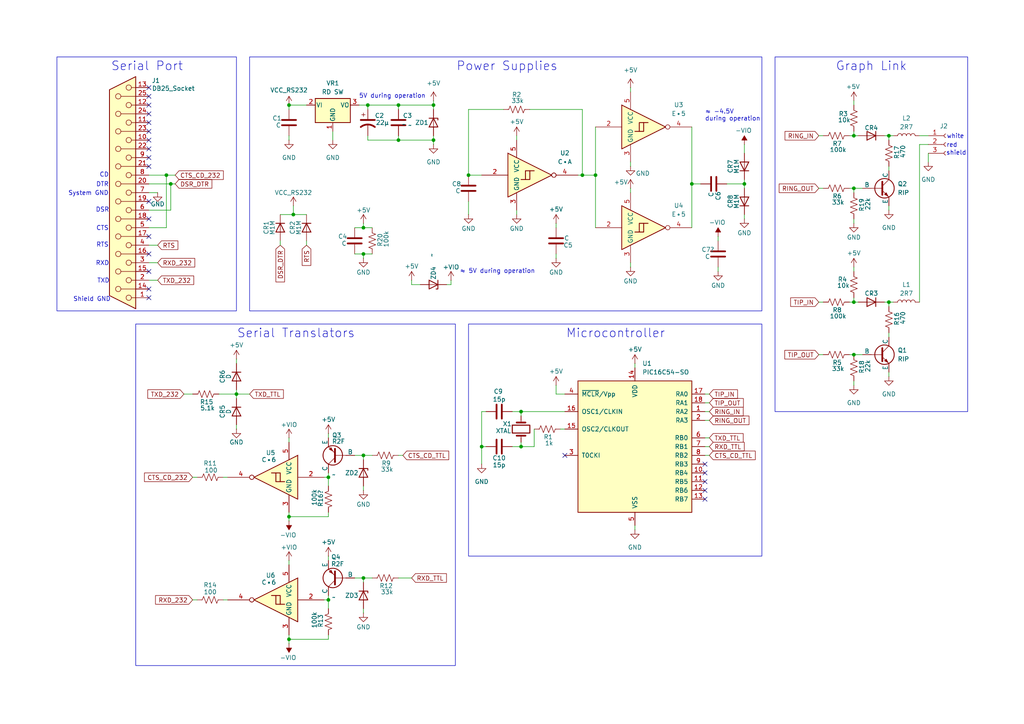
<source format=kicad_sch>
(kicad_sch (version 20250114) (generator "eeschema") (generator_version "9.0")
  (paper "A4")
  (title_block (title "TI Graph Link Serial Gray") (date "2025-Jul-06") (rev "1"))
  (lib_symbols
    (symbol "74xGxx:74AUC1G14"
      (property "Reference" "U" (at 0 3.81 0))
      (property "Value" "74AUC1G14" (at 0 -3.81 0))
      (symbol "74AUC1G14_1_1"
        (pin input line (at -15.24 0 0) (length 7.62) (name "~") (number "2"))
        (pin no_connect line (at -7.62 5.08 180) (length 5.08) (hide yes) (name "NC") (number "1"))
        (pin power_in line (at -5.08 10.16 270) (length 5.08) (name "VCC") (number "5"))
        (pin power_in line (at -5.08 -10.16 90) (length 5.08) (name "GND") (number "3"))
        (pin output inverted (at 12.7 0 180) (length 7.62) (name "~") (number "4"))
      )
    )
    (symbol "Connector:Conn_01x03_Socket" (pin_names (offset 1.016) (hide yes))
      (property "Reference" "J" (at 0 5.08 0))
      (property "Value" "Conn_01x03_Socket" (at 0 -5.08 0))
      (symbol "Conn_01x03_Socket_1_1"
        (pin passive line (at -5.08 2.54 0) (length 3.81) (name "Pin_1") (number "1"))
        (pin passive line (at -5.08 0 0) (length 3.81) (name "Pin_2") (number "2"))
        (pin passive line (at -5.08 -2.54 0) (length 3.81) (name "Pin_3") (number "3"))
      )
    )
    (symbol "Connector:DB25_Socket" (pin_names (offset 1.016) (hide yes))
      (property "Reference" "J" (at 0 34.29 0))
      (property "Value" "DB25_Socket" (at 0 -34.925 0))
      (symbol "DB25_Socket_1_1"
        (pin passive line (at -7.62 30.48 0) (length 3.81) (name "1") (number "1"))
        (pin passive line (at -7.62 27.94 0) (length 3.81) (name "P14") (number "14"))
        (pin passive line (at -7.62 25.4 0) (length 3.81) (name "2") (number "2"))
        (pin passive line (at -7.62 22.86 0) (length 3.81) (name "P15") (number "15"))
        (pin passive line (at -7.62 20.32 0) (length 3.81) (name "3") (number "3"))
        (pin passive line (at -7.62 17.78 0) (length 3.81) (name "P16") (number "16"))
        (pin passive line (at -7.62 15.24 0) (length 3.81) (name "4") (number "4"))
        (pin passive line (at -7.62 12.7 0) (length 3.81) (name "P17") (number "17"))
        (pin passive line (at -7.62 10.16 0) (length 3.81) (name "5") (number "5"))
        (pin passive line (at -7.62 7.62 0) (length 3.81) (name "P18") (number "18"))
        (pin passive line (at -7.62 5.08 0) (length 3.81) (name "6") (number "6"))
        (pin passive line (at -7.62 2.54 0) (length 3.81) (name "P19") (number "19"))
        (pin passive line (at -7.62 0 0) (length 3.81) (name "7") (number "7"))
        (pin passive line (at -7.62 -2.54 0) (length 3.81) (name "P20") (number "20"))
        (pin passive line (at -7.62 -5.08 0) (length 3.81) (name "8") (number "8"))
        (pin passive line (at -7.62 -7.62 0) (length 3.81) (name "P21") (number "21"))
        (pin passive line (at -7.62 -10.16 0) (length 3.81) (name "9") (number "9"))
        (pin passive line (at -7.62 -12.7 0) (length 3.81) (name "P22") (number "22"))
        (pin passive line (at -7.62 -15.24 0) (length 3.81) (name "10") (number "10"))
        (pin passive line (at -7.62 -17.78 0) (length 3.81) (name "P23") (number "23"))
        (pin passive line (at -7.62 -20.32 0) (length 3.81) (name "11") (number "11"))
        (pin passive line (at -7.62 -22.86 0) (length 3.81) (name "P24") (number "24"))
        (pin passive line (at -7.62 -25.4 0) (length 3.81) (name "12") (number "12"))
        (pin passive line (at -7.62 -27.94 0) (length 3.81) (name "P25") (number "25"))
        (pin passive line (at -7.62 -30.48 0) (length 3.81) (name "13") (number "13"))
      )
    )
    (symbol "Device:C" (pin_numbers (hide yes)) (pin_names (offset 0.254))
      (property "Reference" "C" (at 0.635 2.54 0))
      (property "Value" "C" (at 0.635 -2.54 0))
      (symbol "C_1_1"
        (pin passive line (at 0 3.81 270) (length 2.794) (name "~") (number "1"))
        (pin passive line (at 0 -3.81 90) (length 2.794) (name "~") (number "2"))
      )
    )
    (symbol "Device:C_Polarized_US" (pin_numbers (hide yes)) (pin_names (offset 0.254) (hide yes))
      (property "Reference" "C" (at 0.635 2.54 0))
      (property "Value" "C_Polarized_US" (at 0.635 -2.54 0))
      (symbol "C_Polarized_US_1_1"
        (pin passive line (at 0 3.81 270) (length 2.794) (name "~") (number "1"))
        (pin passive line (at 0 -3.81 90) (length 3.302) (name "~") (number "2"))
      )
    )
    (symbol "Device:Crystal" (pin_numbers (hide yes)) (pin_names (offset 1.016) (hide yes))
      (property "Reference" "Y" (at 0 3.81 0))
      (property "Value" "Crystal" (at 0 -3.81 0))
      (symbol "Crystal_1_1"
        (pin passive line (at -3.81 0 0) (length 1.27) (name "1") (number "1"))
        (pin passive line (at 3.81 0 180) (length 1.27) (name "2") (number "2"))
      )
    )
    (symbol "Device:D" (pin_numbers (hide yes)) (pin_names (offset 1.016) (hide yes))
      (property "Reference" "D" (at 0 2.54 0))
      (property "Value" "D" (at 0 -2.54 0))
      (symbol "D_1_1"
        (pin passive line (at -3.81 0 0) (length 2.54) (name "K") (number "1"))
        (pin passive line (at 3.81 0 180) (length 2.54) (name "A") (number "2"))
      )
    )
    (symbol "Device:D_Zener" (pin_numbers (hide yes)) (pin_names (offset 1.016) (hide yes))
      (property "Reference" "D" (at 0 2.54 0))
      (property "Value" "D_Zener" (at 0 -2.54 0))
      (symbol "D_Zener_1_1"
        (pin passive line (at -3.81 0 0) (length 2.54) (name "K") (number "1"))
        (pin passive line (at 3.81 0 180) (length 2.54) (name "A") (number "2"))
      )
    )
    (symbol "Device:L" (pin_numbers (hide yes)) (pin_names (offset 1.016) (hide yes))
      (property "Reference" "L" (at -1.27 0 90))
      (property "Value" "L" (at 1.905 0 90))
      (symbol "L_1_1"
        (pin passive line (at 0 3.81 270) (length 1.27) (name "1") (number "1"))
        (pin passive line (at 0 -3.81 90) (length 1.27) (name "2") (number "2"))
      )
    )
    (symbol "Device:R_US" (pin_numbers (hide yes)) (pin_names (offset 0))
      (property "Reference" "R" (at 2.54 0 90))
      (property "Value" "R_US" (at -2.54 0 90))
      (symbol "R_US_1_1"
        (pin passive line (at 0 3.81 270) (length 1.27) (name "~") (number "1"))
        (pin passive line (at 0 -3.81 90) (length 1.27) (name "~") (number "2"))
      )
    )
    (symbol "MCU_Microchip_PIC16:PIC16C54-SO" (pin_names (offset 1.016))
      (property "Reference" "U" (at 2.54 22.86 0))
      (property "Value" "PIC16C54-SO" (at 2.54 20.32 0))
      (symbol "PIC16C54-SO_1_1"
        (pin input line (at -20.32 15.24 0) (length 3.81) (name "~{MCLR}/Vpp") (number "4"))
        (pin input line (at -20.32 10.16 0) (length 3.81) (name "OSC1/CLKIN") (number "16"))
        (pin output line (at -20.32 5.08 0) (length 3.81) (name "OSC2/CLKOUT") (number "15"))
        (pin input line (at -20.32 -2.54 0) (length 3.81) (name "T0CKI") (number "3"))
        (pin power_in line (at 0 22.86 270) (length 3.81) (name "VDD") (number "14"))
        (pin power_in line (at 0 -22.86 90) (length 3.81) (name "VSS") (number "5"))
        (pin bidirectional line (at 20.32 15.24 180) (length 3.81) (name "RA0") (number "17"))
        (pin bidirectional line (at 20.32 12.7 180) (length 3.81) (name "RA1") (number "18"))
        (pin bidirectional line (at 20.32 10.16 180) (length 3.81) (name "RA2") (number "1"))
        (pin bidirectional line (at 20.32 7.62 180) (length 3.81) (name "RA3") (number "2"))
        (pin bidirectional line (at 20.32 2.54 180) (length 3.81) (name "RB0") (number "6"))
        (pin bidirectional line (at 20.32 0 180) (length 3.81) (name "RB1") (number "7"))
        (pin bidirectional line (at 20.32 -2.54 180) (length 3.81) (name "RB2") (number "8"))
        (pin bidirectional line (at 20.32 -5.08 180) (length 3.81) (name "RB3") (number "9"))
        (pin bidirectional line (at 20.32 -7.62 180) (length 3.81) (name "RB4") (number "10"))
        (pin bidirectional line (at 20.32 -10.16 180) (length 3.81) (name "RB5") (number "11"))
        (pin bidirectional line (at 20.32 -12.7 180) (length 3.81) (name "RB6") (number "12"))
        (pin bidirectional line (at 20.32 -15.24 180) (length 3.81) (name "RB7") (number "13"))
      )
    )
    (symbol "Regulator_Linear:MCP1700x-500xxMB" (pin_names (offset 0.254))
      (property "Reference" "U" (at -3.81 3.175 0))
      (property "Value" "MCP1700x-500xxMB" (at 0 3.175 0))
      (symbol "MCP1700x-500xxMB_1_1"
        (pin power_in line (at -7.62 0 0) (length 2.54) (name "VI") (number "2"))
        (pin power_in line (at 0 -7.62 90) (length 2.54) (name "GND") (number "1"))
        (pin power_out line (at 7.62 0 180) (length 2.54) (name "VO") (number "3"))
      )
    )
    (symbol "Simulation_SPICE:NPN" (pin_numbers (hide yes)) (pin_names (offset 0))
      (property "Reference" "Q" (at -2.54 7.62 0))
      (property "Value" "NPN" (at -2.54 5.08 0))
      (symbol "NPN_1_1"
        (pin input line (at -5.08 0 0) (length 2.54) (name "B") (number "2"))
        (pin open_collector line (at 2.54 5.08 270) (length 2.54) (name "C") (number "1"))
        (pin open_emitter line (at 2.54 -5.08 90) (length 2.54) (name "E") (number "3"))
      )
    )
    (symbol "Simulation_SPICE:PNP" (pin_numbers (hide yes)) (pin_names (offset 0))
      (property "Reference" "Q" (at -2.54 7.62 0))
      (property "Value" "PNP" (at -2.54 5.08 0))
      (symbol "PNP_1_1"
        (pin input line (at -5.08 0 0) (length 2.54) (name "B") (number "2"))
        (pin open_collector line (at 2.54 5.08 270) (length 2.54) (name "C") (number "1"))
        (pin open_emitter line (at 2.54 -5.08 90) (length 2.54) (name "E") (number "3"))
      )
    )
    (symbol "power:+5V" (power) (pin_numbers (hide yes)) (pin_names (offset 0) (hide yes))
      (property "Value" "+5V" (at 0 3.556 0))
      (symbol "+5V_1_1"
        (pin power_in line (at 0 0 90) (length 0) (name "~") (number "1"))
      )
    )
    (symbol "power:GND" (power) (pin_numbers (hide yes)) (pin_names (offset 0) (hide yes))
      (property "Value" "GND" (at 0 -3.81 0))
      (symbol "GND_1_1"
        (pin power_in line (at 0 0 270) (length 0) (name "~") (number "1"))
      )
    )
    (symbol "power:VCC" (power) (pin_numbers (hide yes)) (pin_names (offset 0) (hide yes))
      (property "Value" "VCC" (at 0 3.556 0))
      (symbol "VCC_1_1"
        (pin power_in line (at 0 0 90) (length 0) (name "~") (number "1"))
      )
    )
    (symbol "power:VDDA" (power) (pin_numbers (hide yes)) (pin_names (offset 0) (hide yes))
      (property "Value" "VDDA" (at 0 3.556 0))
      (symbol "VDDA_1_1"
        (pin power_in line (at 0 0 90) (length 0) (name "~") (number "1"))
      )
    )
    (symbol "power:VSSA" (power) (pin_numbers (hide yes)) (pin_names (offset 0) (hide yes))
      (property "Value" "VSSA" (at 0 3.556 0))
      (symbol "VSSA_1_1"
        (pin power_in line (at 0 0 90) (length 0) (name "~") (number "1"))
      )
    )
  )
  (rectangle (start 72.39 16.51) (end 220.98 90.17))
  (rectangle (start 135.89 93.98) (end 220.98 161.29))
  (rectangle (start 16.51 16.51) (end 68.58 90.17))
  (rectangle (start 224.79 16.51) (end 280.67 119.38))
  (rectangle (start 39.37 93.98) (end 132.08 193.04))
  (text "RXD" (at 29.718 76.454 0) (effects (font (size 1.27 1.27))))
  (text "Shield GND" (at 26.67 86.868 0) (effects (font (size 1.27 1.27))))
  (text "Serial Translators" (at 85.852 96.774 0) (effects (font (size 2.54 2.54))))
  (text "Serial Port" (at 42.672 19.304 0) (effects (font (size 2.54 2.54))))
  (text "Microcontroller" (at 178.562 96.774 0) (effects (font (size 2.54 2.54))))
  (text "RTS" (at 29.718 71.12 0) (effects (font (size 1.27 1.27))))
  (text "Graph Link" (at 252.73 19.304 0) (effects (font (size 2.54 2.54))))
  (text "TXD" (at 29.972 81.534 0) (effects (font (size 1.27 1.27))))
  (text "red" (at 276.098 42.164 0) (effects (font (size 1.27 1.27))))
  (text "DSR" (at 29.718 60.96 0) (effects (font (size 1.27 1.27))))
  (text "≈ -4.5V\nduring operation" (at 204.47 33.528 0) (effects (font (size 1.27 1.27)) (justify left)))
  (text "shield" (at 277.368 44.45 0) (effects (font (size 1.27 1.27))))
  (text "≈ 5V during operation" (at 144.272 78.74 0) (effects (font (size 1.27 1.27))))
  (text "DTR" (at 29.718 53.594 0) (effects (font (size 1.27 1.27))))
  (text "white" (at 277.114 39.624 0) (effects (font (size 1.27 1.27))))
  (text "5V during operation" (at 113.792 27.94 0) (effects (font (size 1.27 1.27))))
  (text "System GND" (at 25.654 56.134 0) (effects (font (size 1.27 1.27))))
  (text "CTS" (at 29.718 66.294 0) (effects (font (size 1.27 1.27))))
  (text "CD" (at 30.226 50.8 0) (effects (font (size 1.27 1.27))))
  (text "Power Supplies" (at 147.066 19.304 0) (effects (font (size 2.54 2.54))))
  (junction (at 200.66 53.34))
  (junction (at 105.41 73.66))
  (junction (at 83.82 185.42))
  (junction (at 172.72 50.8))
  (junction (at 115.57 30.48))
  (junction (at 247.65 102.87))
  (junction (at 105.41 167.64))
  (junction (at 247.65 87.63))
  (junction (at 247.65 54.61))
  (junction (at 139.7 129.54))
  (junction (at 151.13 119.38))
  (junction (at 68.58 114.3))
  (junction (at 125.73 30.48))
  (junction (at 106.68 30.48))
  (junction (at 95.25 138.43))
  (junction (at 247.65 39.37))
  (junction (at 215.9 53.34))
  (junction (at 257.81 87.63))
  (junction (at 135.89 50.8))
  (junction (at 95.25 173.99))
  (junction (at 168.91 50.8))
  (junction (at 83.82 30.48))
  (junction (at 49.53 53.34))
  (junction (at 83.82 149.86))
  (junction (at 85.09 62.23))
  (junction (at 105.41 66.04))
  (junction (at 48.26 50.8))
  (junction (at 115.57 40.64))
  (junction (at 125.73 40.64))
  (junction (at 151.13 129.54))
  (junction (at 105.41 132.08))
  (junction (at 257.81 39.37))
  (no_connect (at 43.18 35.56))
  (no_connect (at 43.18 48.26))
  (no_connect (at 204.47 137.16))
  (no_connect (at 43.18 73.66))
  (no_connect (at 204.47 134.62))
  (no_connect (at 43.18 38.1))
  (no_connect (at 163.83 132.08))
  (no_connect (at 43.18 33.02))
  (no_connect (at 43.18 68.58))
  (no_connect (at 204.47 144.78))
  (no_connect (at 204.47 142.24))
  (no_connect (at 43.18 86.36))
  (no_connect (at 43.18 27.94))
  (no_connect (at 43.18 43.18))
  (no_connect (at 43.18 78.74))
  (no_connect (at 43.18 25.4))
  (no_connect (at 43.18 40.64))
  (no_connect (at 43.18 63.5))
  (no_connect (at 43.18 83.82))
  (no_connect (at 43.18 58.42))
  (no_connect (at 204.47 139.7))
  (no_connect (at 43.18 30.48))
  (no_connect (at 43.18 45.72))
  (wire (pts (xy 237.49 54.61) (xy 238.76 54.61)))
  (wire (pts (xy 95.25 185.42) (xy 83.82 185.42)))
  (wire (pts (xy 200.66 36.83) (xy 200.66 53.34)))
  (wire (pts (xy 161.29 73.66) (xy 161.29 74.93)))
  (wire (pts (xy 83.82 148.59) (xy 83.82 149.86)))
  (wire (pts (xy 139.7 119.38) (xy 139.7 129.54)))
  (wire (pts (xy 247.65 77.47) (xy 247.65 78.74)))
  (wire (pts (xy 172.72 50.8) (xy 172.72 66.04)))
  (wire (pts (xy 105.41 66.04) (xy 107.95 66.04)))
  (wire (pts (xy 83.82 39.37) (xy 83.82 40.64)))
  (wire (pts (xy 55.88 173.99) (xy 57.15 173.99)))
  (wire (pts (xy 184.15 152.4) (xy 184.15 153.67)))
  (wire (pts (xy 64.77 173.99) (xy 66.04 173.99)))
  (wire (pts (xy 246.38 102.87) (xy 247.65 102.87)))
  (wire (pts (xy 95.25 148.59) (xy 95.25 149.86)))
  (wire (pts (xy 88.9 69.85) (xy 88.9 71.12)))
  (wire (pts (xy 68.58 114.3) (xy 68.58 115.57)))
  (wire (pts (xy 151.13 129.54) (xy 151.13 128.27)))
  (wire (pts (xy 83.82 162.56) (xy 83.82 163.83)))
  (wire (pts (xy 95.25 161.29) (xy 95.25 162.56)))
  (wire (pts (xy 83.82 31.75) (xy 83.82 30.48)))
  (wire (pts (xy 163.83 114.3) (xy 161.29 114.3)))
  (wire (pts (xy 135.89 58.42) (xy 135.89 62.23)))
  (wire (pts (xy 246.38 54.61) (xy 247.65 54.61)))
  (wire (pts (xy 115.57 30.48) (xy 115.57 31.75)))
  (wire (pts (xy 204.47 116.84) (xy 205.74 116.84)))
  (wire (pts (xy 139.7 129.54) (xy 140.97 129.54)))
  (wire (pts (xy 115.57 40.64) (xy 115.57 39.37)))
  (wire (pts (xy 125.73 30.48) (xy 115.57 30.48)))
  (wire (pts (xy 105.41 167.64) (xy 107.95 167.64)))
  (wire (pts (xy 182.88 54.61) (xy 182.88 55.88)))
  (wire (pts (xy 204.47 119.38) (xy 205.74 119.38)))
  (wire (pts (xy 125.73 29.21) (xy 125.73 30.48)))
  (wire (pts (xy 204.47 129.54) (xy 205.74 129.54)))
  (wire (pts (xy 53.34 114.3) (xy 55.88 114.3)))
  (wire (pts (xy 106.68 30.48) (xy 106.68 31.75)))
  (wire (pts (xy 151.13 119.38) (xy 151.13 120.65)))
  (wire (pts (xy 106.68 40.64) (xy 115.57 40.64)))
  (wire (pts (xy 43.18 50.8) (xy 48.26 50.8)))
  (wire (pts (xy 168.91 50.8) (xy 168.91 31.75)))
  (wire (pts (xy 184.15 105.41) (xy 184.15 106.68)))
  (wire (pts (xy 182.88 77.47) (xy 182.88 76.2)))
  (wire (pts (xy 247.65 63.5) (xy 247.65 64.77)))
  (wire (pts (xy 115.57 132.08) (xy 116.84 132.08)))
  (wire (pts (xy 43.18 71.12) (xy 45.72 71.12)))
  (wire (pts (xy 246.38 87.63) (xy 247.65 87.63)))
  (wire (pts (xy 149.86 60.96) (xy 149.86 62.23)))
  (wire (pts (xy 200.66 53.34) (xy 203.2 53.34)))
  (wire (pts (xy 43.18 76.2) (xy 45.72 76.2)))
  (wire (pts (xy 55.88 138.43) (xy 57.15 138.43)))
  (wire (pts (xy 215.9 62.23) (xy 215.9 63.5)))
  (wire (pts (xy 49.53 60.96) (xy 49.53 53.34)))
  (wire (pts (xy 105.41 64.77) (xy 105.41 66.04)))
  (wire (pts (xy 102.87 167.64) (xy 105.41 167.64)))
  (wire (pts (xy 45.72 81.28) (xy 43.18 81.28)))
  (wire (pts (xy 105.41 133.35) (xy 105.41 132.08)))
  (wire (pts (xy 105.41 73.66) (xy 105.41 74.93)))
  (wire (pts (xy 102.87 73.66) (xy 105.41 73.66)))
  (wire (pts (xy 48.26 66.04) (xy 43.18 66.04)))
  (wire (pts (xy 105.41 140.97) (xy 105.41 142.24)))
  (wire (pts (xy 215.9 41.91) (xy 215.9 44.45)))
  (wire (pts (xy 119.38 81.28) (xy 119.38 82.55)))
  (wire (pts (xy 204.47 132.08) (xy 205.74 132.08)))
  (wire (pts (xy 125.73 40.64) (xy 125.73 41.91)))
  (wire (pts (xy 237.49 87.63) (xy 238.76 87.63)))
  (wire (pts (xy 95.25 184.15) (xy 95.25 185.42)))
  (wire (pts (xy 167.64 50.8) (xy 168.91 50.8)))
  (wire (pts (xy 256.54 39.37) (xy 257.81 39.37)))
  (wire (pts (xy 95.25 125.73) (xy 95.25 127)))
  (wire (pts (xy 257.81 48.26) (xy 257.81 49.53)))
  (wire (pts (xy 105.41 168.91) (xy 105.41 167.64)))
  (wire (pts (xy 105.41 73.66) (xy 107.95 73.66)))
  (wire (pts (xy 266.7 39.37) (xy 269.24 39.37)))
  (wire (pts (xy 237.49 102.87) (xy 238.76 102.87)))
  (wire (pts (xy 95.25 138.43) (xy 93.98 138.43)))
  (wire (pts (xy 125.73 40.64) (xy 115.57 40.64)))
  (wire (pts (xy 247.65 38.1) (xy 247.65 39.37)))
  (wire (pts (xy 102.87 132.08) (xy 105.41 132.08)))
  (wire (pts (xy 266.7 41.91) (xy 266.7 87.63)))
  (wire (pts (xy 96.52 38.1) (xy 96.52 40.64)))
  (wire (pts (xy 83.82 151.13) (xy 83.82 149.86)))
  (wire (pts (xy 168.91 31.75) (xy 153.67 31.75)))
  (wire (pts (xy 102.87 66.04) (xy 105.41 66.04)))
  (wire (pts (xy 151.13 119.38) (xy 163.83 119.38)))
  (wire (pts (xy 257.81 39.37) (xy 259.08 39.37)))
  (wire (pts (xy 48.26 50.8) (xy 50.8 50.8)))
  (wire (pts (xy 106.68 30.48) (xy 104.14 30.48)))
  (wire (pts (xy 63.5 114.3) (xy 68.58 114.3)))
  (wire (pts (xy 115.57 167.64) (xy 119.38 167.64)))
  (wire (pts (xy 43.18 55.88) (xy 45.72 55.88)))
  (wire (pts (xy 148.59 119.38) (xy 151.13 119.38)))
  (wire (pts (xy 119.38 82.55) (xy 121.92 82.55)))
  (wire (pts (xy 257.81 59.69) (xy 257.81 60.96)))
  (wire (pts (xy 204.47 127) (xy 205.74 127)))
  (wire (pts (xy 257.81 96.52) (xy 257.81 97.79)))
  (wire (pts (xy 257.81 87.63) (xy 259.08 87.63)))
  (wire (pts (xy 149.86 39.37) (xy 149.86 40.64)))
  (wire (pts (xy 182.88 46.99) (xy 182.88 48.26)))
  (wire (pts (xy 140.97 119.38) (xy 139.7 119.38)))
  (wire (pts (xy 210.82 53.34) (xy 215.9 53.34)))
  (wire (pts (xy 115.57 30.48) (xy 106.68 30.48)))
  (wire (pts (xy 95.25 172.72) (xy 95.25 173.99)))
  (wire (pts (xy 257.81 107.95) (xy 257.81 109.22)))
  (wire (pts (xy 43.18 53.34) (xy 49.53 53.34)))
  (wire (pts (xy 83.82 184.15) (xy 83.82 185.42)))
  (wire (pts (xy 269.24 44.45) (xy 269.24 46.99)))
  (wire (pts (xy 83.82 30.48) (xy 88.9 30.48)))
  (wire (pts (xy 125.73 31.75) (xy 125.73 30.48)))
  (wire (pts (xy 81.28 62.23) (xy 85.09 62.23)))
  (wire (pts (xy 85.09 59.69) (xy 85.09 62.23)))
  (wire (pts (xy 135.89 31.75) (xy 135.89 50.8)))
  (wire (pts (xy 105.41 176.53) (xy 105.41 177.8)))
  (wire (pts (xy 257.81 39.37) (xy 257.81 40.64)))
  (wire (pts (xy 161.29 114.3) (xy 161.29 111.76)))
  (wire (pts (xy 237.49 39.37) (xy 238.76 39.37)))
  (wire (pts (xy 95.25 173.99) (xy 95.25 176.53)))
  (wire (pts (xy 81.28 69.85) (xy 81.28 71.12)))
  (wire (pts (xy 161.29 64.77) (xy 161.29 66.04)))
  (wire (pts (xy 204.47 121.92) (xy 205.74 121.92)))
  (wire (pts (xy 256.54 87.63) (xy 257.81 87.63)))
  (wire (pts (xy 146.05 31.75) (xy 135.89 31.75)))
  (wire (pts (xy 208.28 68.58) (xy 208.28 69.85)))
  (wire (pts (xy 269.24 41.91) (xy 266.7 41.91)))
  (wire (pts (xy 247.65 54.61) (xy 247.65 55.88)))
  (wire (pts (xy 247.65 39.37) (xy 246.38 39.37)))
  (wire (pts (xy 48.26 50.8) (xy 48.26 66.04)))
  (wire (pts (xy 68.58 124.46) (xy 68.58 123.19)))
  (wire (pts (xy 105.41 132.08) (xy 107.95 132.08)))
  (wire (pts (xy 49.53 53.34) (xy 50.8 53.34)))
  (wire (pts (xy 68.58 113.03) (xy 68.58 114.3)))
  (wire (pts (xy 95.25 138.43) (xy 95.25 140.97)))
  (wire (pts (xy 247.65 110.49) (xy 247.65 111.76)))
  (wire (pts (xy 130.81 82.55) (xy 129.54 82.55)))
  (wire (pts (xy 95.25 137.16) (xy 95.25 138.43)))
  (wire (pts (xy 154.94 129.54) (xy 154.94 124.46)))
  (wire (pts (xy 83.82 127) (xy 83.82 128.27)))
  (wire (pts (xy 64.77 138.43) (xy 66.04 138.43)))
  (wire (pts (xy 247.65 87.63) (xy 248.92 87.63)))
  (wire (pts (xy 215.9 52.07) (xy 215.9 53.34)))
  (wire (pts (xy 151.13 129.54) (xy 154.94 129.54)))
  (wire (pts (xy 168.91 50.8) (xy 172.72 50.8)))
  (wire (pts (xy 172.72 36.83) (xy 172.72 50.8)))
  (wire (pts (xy 215.9 53.34) (xy 215.9 54.61)))
  (wire (pts (xy 68.58 114.3) (xy 72.39 114.3)))
  (wire (pts (xy 148.59 129.54) (xy 151.13 129.54)))
  (wire (pts (xy 95.25 149.86) (xy 83.82 149.86)))
  (wire (pts (xy 162.56 124.46) (xy 163.83 124.46)))
  (wire (pts (xy 68.58 104.14) (xy 68.58 105.41)))
  (wire (pts (xy 83.82 185.42) (xy 83.82 186.69)))
  (wire (pts (xy 247.65 86.36) (xy 247.65 87.63)))
  (wire (pts (xy 200.66 53.34) (xy 200.66 66.04)))
  (wire (pts (xy 204.47 114.3) (xy 205.74 114.3)))
  (wire (pts (xy 208.28 77.47) (xy 208.28 78.74)))
  (wire (pts (xy 257.81 87.63) (xy 257.81 88.9)))
  (wire (pts (xy 247.65 29.21) (xy 247.65 30.48)))
  (wire (pts (xy 139.7 129.54) (xy 139.7 134.62)))
  (wire (pts (xy 247.65 102.87) (xy 250.19 102.87)))
  (wire (pts (xy 106.68 40.64) (xy 106.68 39.37)))
  (wire (pts (xy 247.65 39.37) (xy 248.92 39.37)))
  (wire (pts (xy 182.88 25.4) (xy 182.88 26.67)))
  (wire (pts (xy 125.73 39.37) (xy 125.73 40.64)))
  (wire (pts (xy 250.19 54.61) (xy 247.65 54.61)))
  (wire (pts (xy 43.18 60.96) (xy 49.53 60.96)))
  (wire (pts (xy 95.25 173.99) (xy 93.98 173.99)))
  (wire (pts (xy 135.89 50.8) (xy 139.7 50.8)))
  (wire (pts (xy 130.81 82.55) (xy 130.81 81.28)))
  (wire (pts (xy 88.9 62.23) (xy 85.09 62.23)))
  (global_label "TIP_OUT" (shape input) (at 205.74 116.84 0) (property "Intersheetrefs" "${INTERSHEET_REFS}" (effects (hide yes))))
  (global_label "RXD_TTL" (shape input) (at 205.74 129.54 0) (property "Intersheetrefs" "${INTERSHEET_REFS}" (effects (hide yes))))
  (global_label "TXD_232" (shape input) (at 53.34 114.3 180) (property "Intersheetrefs" "${INTERSHEET_REFS}" (effects (hide yes))))
  (global_label "RING_IN" (shape input) (at 205.74 119.38 0) (property "Intersheetrefs" "${INTERSHEET_REFS}" (effects (hide yes))))
  (global_label "TIP_IN" (shape input) (at 237.49 87.63 180) (property "Intersheetrefs" "${INTERSHEET_REFS}" (effects (hide yes))))
  (global_label "CTS_CD_TTL" (shape input) (at 116.84 132.08 0) (property "Intersheetrefs" "${INTERSHEET_REFS}" (effects (hide yes))))
  (global_label "RING_OUT" (shape input) (at 237.49 54.61 180) (property "Intersheetrefs" "${INTERSHEET_REFS}" (effects (hide yes))))
  (global_label "RTS" (shape input) (at 45.72 71.12 0) (property "Intersheetrefs" "${INTERSHEET_REFS}" (effects (hide yes))))
  (global_label "CTS_CD_TTL" (shape input) (at 205.74 132.08 0) (property "Intersheetrefs" "${INTERSHEET_REFS}" (effects (hide yes))))
  (global_label "TIP_IN" (shape input) (at 205.74 114.3 0) (property "Intersheetrefs" "${INTERSHEET_REFS}" (effects (hide yes))))
  (global_label "TIP_OUT" (shape input) (at 237.49 102.87 180) (property "Intersheetrefs" "${INTERSHEET_REFS}" (effects (hide yes))))
  (global_label "RXD_TTL" (shape input) (at 119.38 167.64 0) (property "Intersheetrefs" "${INTERSHEET_REFS}" (effects (hide yes))))
  (global_label "RING_IN" (shape input) (at 237.49 39.37 180) (property "Intersheetrefs" "${INTERSHEET_REFS}" (effects (hide yes))))
  (global_label "RXD_232" (shape input) (at 45.72 76.2 0) (property "Intersheetrefs" "${INTERSHEET_REFS}" (effects (hide yes))))
  (global_label "TXD_TTL" (shape input) (at 72.39 114.3 0) (property "Intersheetrefs" "${INTERSHEET_REFS}" (effects (hide yes))))
  (global_label "RTS" (shape input) (at 88.9 71.12 270) (property "Intersheetrefs" "${INTERSHEET_REFS}" (effects (hide yes))))
  (global_label "CTS_CD_232" (shape input) (at 50.8 50.8 0) (property "Intersheetrefs" "${INTERSHEET_REFS}" (effects (hide yes))))
  (global_label "TXD_232" (shape input) (at 45.72 81.28 0) (property "Intersheetrefs" "${INTERSHEET_REFS}" (effects (hide yes))))
  (global_label "CTS_CD_232" (shape input) (at 55.88 138.43 180) (property "Intersheetrefs" "${INTERSHEET_REFS}" (effects (hide yes))))
  (global_label "RING_OUT" (shape input) (at 205.74 121.92 0) (property "Intersheetrefs" "${INTERSHEET_REFS}" (effects (hide yes))))
  (global_label "RXD_232" (shape input) (at 55.88 173.99 180) (property "Intersheetrefs" "${INTERSHEET_REFS}" (effects (hide yes))))
  (global_label "DSR_DTR" (shape input) (at 81.28 71.12 270) (property "Intersheetrefs" "${INTERSHEET_REFS}" (effects (hide yes))))
  (global_label "DSR_DTR" (shape input) (at 50.8 53.34 0) (property "Intersheetrefs" "${INTERSHEET_REFS}" (effects (hide yes))))
  (global_label "TXD_TTL" (shape input) (at 205.74 127 0) (property "Intersheetrefs" "${INTERSHEET_REFS}" (effects (hide yes))))
  (symbol (lib_id "Simulation_SPICE:PNP") (at 97.79 132.08 180) (unit 1)
    (property "Reference" "Q3" (at 99.06 126.238 0) (effects (justify left)))
    (property "Value" "R2F" (at 100.076 128.016 0) (effects (justify left)))
    (property "Datasheet" "https://ngspice.sourceforge.io/docs/ngspice-html-manual/manual.xhtml#cha_BJTs" (effects (hide yes)))
    (property "Description" "Bipolar transistor symbol for simulation only, substrate tied to the emitter" (effects (hide yes)))
    (property "Sim.Device" "PNP" (effects (hide yes)))
    (property "Sim.Type" "GUMMELPOON" (effects (hide yes)))
    (property "Sim.Pins" "1=C 2=B 3=E" (effects (hide yes)))
  )
  (symbol (lib_id "Device:C") (at 102.87 69.85 0) (unit 1)
    (property "Reference" "C4" (at 98.044 68.58 0) (effects (justify left)))
    (property "Value" "C" (at 99.06 70.612 0) (effects (justify left)))
    (property "Description" "Unpolarized capacitor" (effects (hide yes)))
  )
  (symbol (lib_id "power:VCC") (at 85.09 59.69 0) (unit 1)
    (property "Reference" "#PWR027" (effects (hide yes)))
    (property "Value" "VCC_RS232" (at 85.09 55.88 0))
    (property "Description" "Power symbol creates a global label with name \"VCC\"" (effects (hide yes)))
  )
  (symbol (lib_id "power:+5V") (at 247.65 77.47 0) (unit 1)
    (property "Reference" "#PWR030" (effects (hide yes)))
    (property "Value" "+5V" (at 247.65 73.406 0))
    (property "Description" "Power symbol creates a global label with name \"+5V\"" (effects (hide yes)))
  )
  (symbol (lib_id "Device:R_US") (at 60.96 173.99 90) (unit 1)
    (property "Reference" "R14" (at 60.96 169.672 90))
    (property "Value" "100" (at 60.96 171.704 90))
    (property "Description" "Resistor, US symbol" (effects (hide yes)))
  )
  (symbol (lib_id "power:VDDA") (at 130.81 81.28 0) (mirror y) (unit 1)
    (property "Reference" "#PWR043" (effects (hide yes)))
    (property "Value" "+VIO" (at 130.81 77.47 0))
    (property "Description" "Power symbol creates a global label with name \"VDDA\"" (effects (hide yes)))
  )
  (symbol (lib_id "Device:D") (at 215.9 48.26 270) (mirror x) (unit 1)
    (property "Reference" "CR7" (at 211.836 48.26 0))
    (property "Value" "M1M" (at 213.614 48.26 0))
    (property "Description" "Diode" (effects (hide yes)))
    (property "Sim.Device" "D" (effects (hide yes)))
    (property "Sim.Pins" "1=K 2=A" (effects (hide yes)))
  )
  (symbol (lib_id "Device:R_US") (at 158.75 124.46 90) (unit 1)
    (property "Reference" "R1" (at 159.004 126.746 90))
    (property "Value" "1k" (at 159.258 128.524 90))
    (property "Description" "Resistor, US symbol" (effects (hide yes)))
  )
  (symbol (lib_id "power:+5V") (at 182.88 54.61 0) (unit 1)
    (property "Reference" "#PWR026" (effects (hide yes)))
    (property "Value" "+5V" (at 180.086 52.832 0))
    (property "Description" "Power symbol creates a global label with name \"+5V\"" (effects (hide yes)))
  )
  (symbol (lib_id "power:VSSA") (at 208.28 68.58 0) (unit 1)
    (property "Reference" "#PWR039" (effects (hide yes)))
    (property "Value" "-VIO" (at 208.026 64.516 0))
    (property "Description" "Power symbol creates a global label with name \"VSSA\"" (effects (hide yes)))
  )
  (symbol (lib_id "Device:R_US") (at 107.95 69.85 180) (unit 1)
    (property "Reference" "R20" (at 110.236 69.596 90))
    (property "Value" "100k" (at 112.014 69.342 90))
    (property "Description" "Resistor, US symbol" (effects (hide yes)))
  )
  (symbol (lib_id "power:+5V") (at 182.88 25.4 0) (unit 1)
    (property "Reference" "#PWR09" (effects (hide yes)))
    (property "Value" "+5V" (at 182.88 20.32 0))
    (property "Description" "Power symbol creates a global label with name \"+5V\"" (effects (hide yes)))
  )
  (symbol (lib_id "power:VSSA") (at 83.82 186.69 0) (mirror x) (unit 1)
    (property "Reference" "#PWR042" (effects (hide yes)))
    (property "Value" "-VIO" (at 83.566 190.754 0))
    (property "Description" "Power symbol creates a global label with name \"VSSA\"" (effects (hide yes)))
  )
  (symbol (lib_id "power:VSSA") (at 83.82 151.13 0) (mirror x) (unit 1)
    (property "Reference" "#PWR038" (effects (hide yes)))
    (property "Value" "-VIO" (at 83.566 155.194 0))
    (property "Description" "Power symbol creates a global label with name \"VSSA\"" (effects (hide yes)))
  )
  (symbol (lib_id "Device:L") (at 262.89 87.63 90) (unit 1)
    (property "Reference" "L1" (at 262.89 82.55 90))
    (property "Value" "2R7" (at 262.89 85.09 90))
    (property "Description" "Inductor" (effects (hide yes)))
  )
  (symbol (lib_id "power:GND") (at 45.72 55.88 0) (unit 1)
    (property "Reference" "#PWR010" (effects (hide yes)))
    (property "Value" "GND" (at 45.72 59.182 0))
    (property "Description" "Power symbol creates a global label with name \"GND\" , ground" (effects (hide yes)))
  )
  (symbol (lib_id "74xGxx:74AUC1G14") (at 187.96 66.04 0) (unit 1)
    (property "Reference" "U4" (at 196.85 59.6198 0))
    (property "Value" "E•5" (at 196.85 62.1598 0))
    (property "Footprint" "Package_TO_SOT_SMD:SOT-23-5" (effects (hide yes)))
    (property "Datasheet" "https://www.ti.com/lit/sg/scyt129e/scyt129e.pdf" (effects (hide yes)))
    (property "Description" "Single Schmitt NOT Gate, Low-Voltage CMOS" (effects (hide yes)))
  )
  (symbol (lib_id "power:GND") (at 139.7 134.62 0) (unit 1)
    (property "Reference" "#PWR03" (effects (hide yes)))
    (property "Value" "GND" (at 139.7 139.7 0))
    (property "Description" "Power symbol creates a global label with name \"GND\" , ground" (effects (hide yes)))
  )
  (symbol (lib_id "power:GND") (at 257.81 109.22 0) (unit 1)
    (property "Reference" "#PWR031" (effects (hide yes)))
    (property "Value" "GND" (at 257.81 114.3 0))
    (property "Description" "Power symbol creates a global label with name \"GND\" , ground" (effects (hide yes)))
  )
  (symbol (lib_id "Device:D_Zener") (at 125.73 35.56 270) (unit 1)
    (property "Reference" "ZD1" (at 120.396 35.56 90) (effects (justify left)))
    (property "Value" "~" (at 116.586 36.068 90) (effects (justify left)))
    (property "Description" "Zener diode" (effects (hide yes)))
  )
  (symbol (lib_id "Device:C") (at 161.29 69.85 180) (unit 1)
    (property "Reference" "C5" (at 166.116 71.12 0) (effects (justify left)))
    (property "Value" "C" (at 165.1 69.088 0) (effects (justify left)))
    (property "Description" "Unpolarized capacitor" (effects (hide yes)))
  )
  (symbol (lib_id "power:GND") (at 182.88 48.26 0) (unit 1)
    (property "Reference" "#PWR025" (effects (hide yes)))
    (property "Value" "GND" (at 186.436 50.292 0))
    (property "Description" "Power symbol creates a global label with name \"GND\" , ground" (effects (hide yes)))
  )
  (symbol (lib_id "74xGxx:74AUC1G14") (at 154.94 50.8 0) (unit 1)
    (property "Reference" "U2" (at 163.83 44.3798 0))
    (property "Value" "C•A" (at 163.83 46.9198 0))
    (property "Footprint" "Package_TO_SOT_SMD:SOT-23-5" (effects (hide yes)))
    (property "Datasheet" "https://www.ti.com/lit/sg/scyt129e/scyt129e.pdf" (effects (hide yes)))
    (property "Description" "Single Schmitt NOT Gate, Low-Voltage CMOS" (effects (hide yes)))
  )
  (symbol (lib_id "power:+5V") (at 161.29 64.77 0) (unit 1)
    (property "Reference" "#PWR029" (effects (hide yes)))
    (property "Value" "+5V" (at 161.29 60.706 0))
    (property "Description" "Power symbol creates a global label with name \"+5V\"" (effects (hide yes)))
  )
  (symbol (lib_id "Device:D") (at 252.73 87.63 180) (unit 1)
    (property "Reference" "CR3" (at 252.73 85.09 0))
    (property "Value" "~" (at 252.73 85.344 0))
    (property "Description" "Diode" (effects (hide yes)))
    (property "Sim.Device" "D" (effects (hide yes)))
    (property "Sim.Pins" "1=K 2=A" (effects (hide yes)))
  )
  (symbol (lib_id "Connector:DB25_Socket") (at 35.56 55.88 180) (unit 1)
    (property "Reference" "J1" (at 45.212 23.368 0))
    (property "Value" "DB25_Socket" (at 50.292 25.654 0))
    (property "Description" "25-pin D-SUB connector, socket (female)" (effects (hide yes)))
  )
  (symbol (lib_id "power:VDDA") (at 83.82 127 0) (mirror y) (unit 1)
    (property "Reference" "#PWR037" (effects (hide yes)))
    (property "Value" "+VIO" (at 83.82 123.19 0))
    (property "Description" "Power symbol creates a global label with name \"VDDA\"" (effects (hide yes)))
  )
  (symbol (lib_id "Device:D") (at 252.73 39.37 180) (unit 1)
    (property "Reference" "CR4" (at 252.73 37.084 0))
    (property "Value" "~" (at 252.73 37.084 0))
    (property "Description" "Diode" (effects (hide yes)))
    (property "Sim.Device" "D" (effects (hide yes)))
    (property "Sim.Pins" "1=K 2=A" (effects (hide yes)))
  )
  (symbol (lib_id "74xGxx:74AUC1G14") (at 78.74 173.99 0) (mirror y) (unit 1)
    (property "Reference" "U6" (at 78.486 166.878 0))
    (property "Value" "C•6" (at 77.978 168.91 0))
    (property "Footprint" "Package_TO_SOT_SMD:SOT-23-5" (effects (hide yes)))
    (property "Datasheet" "https://www.ti.com/lit/sg/scyt129e/scyt129e.pdf" (effects (hide yes)))
    (property "Description" "Single Schmitt NOT Gate, Low-Voltage CMOS" (effects (hide yes)))
  )
  (symbol (lib_id "power:+5V") (at 125.73 29.21 0) (unit 1)
    (property "Reference" "#PWR044" (effects (hide yes)))
    (property "Value" "+5V" (at 125.73 24.13 0))
    (property "Description" "Power symbol creates a global label with name \"+5V\"" (effects (hide yes)))
  )
  (symbol (lib_id "Simulation_SPICE:NPN") (at 255.27 54.61 0) (unit 1)
    (property "Reference" "Q2" (at 260.35 53.3399 0) (effects (justify left)))
    (property "Value" "RIP" (at 260.35 55.8799 0) (effects (justify left)))
    (property "Datasheet" "https://ngspice.sourceforge.io/docs/ngspice-html-manual/manual.xhtml#cha_BJTs" (effects (hide yes)))
    (property "Description" "Bipolar transistor symbol for simulation only, substrate tied to the emitter" (effects (hide yes)))
    (property "Sim.Device" "NPN" (effects (hide yes)))
    (property "Sim.Type" "GUMMELPOON" (effects (hide yes)))
    (property "Sim.Pins" "1=C 2=B 3=E" (effects (hide yes)))
  )
  (symbol (lib_id "power:+5V") (at 149.86 39.37 0) (unit 1)
    (property "Reference" "#PWR019" (effects (hide yes)))
    (property "Value" "+5V" (at 149.86 35.306 0))
    (property "Description" "Power symbol creates a global label with name \"+5V\"" (effects (hide yes)))
  )
  (symbol (lib_id "Device:D") (at 81.28 66.04 270) (unit 1)
    (property "Reference" "CR1" (at 77.216 66.04 0))
    (property "Value" "M1M" (at 78.994 66.04 0))
    (property "Description" "Diode" (effects (hide yes)))
    (property "Sim.Device" "D" (effects (hide yes)))
    (property "Sim.Pins" "1=K 2=A" (effects (hide yes)))
  )
  (symbol (lib_id "Device:R_US") (at 95.25 144.78 0) (mirror x) (unit 1)
    (property "Reference" "R16?" (at 92.964 144.526 90))
    (property "Value" "100k" (at 91.186 144.272 90))
    (property "Description" "Resistor, US symbol" (effects (hide yes)))
  )
  (symbol (lib_id "Device:R_US") (at 247.65 106.68 180) (unit 1)
    (property "Reference" "R18" (at 249.936 106.426 90))
    (property "Value" "22k" (at 251.714 106.172 90))
    (property "Description" "Resistor, US symbol" (effects (hide yes)))
  )
  (symbol (lib_id "power:GND") (at 149.86 62.23 0) (unit 1)
    (property "Reference" "#PWR020" (effects (hide yes)))
    (property "Value" "GND" (at 149.86 66.294 0))
    (property "Description" "Power symbol creates a global label with name \"GND\" , ground" (effects (hide yes)))
  )
  (symbol (lib_id "Device:C") (at 115.57 35.56 0) (unit 1)
    (property "Reference" "C3" (at 116.84 33.528 0) (effects (justify left)))
    (property "Value" "~" (at 118.364 36.322 0) (effects (justify left)))
    (property "Description" "Unpolarized capacitor" (effects (hide yes)))
  )
  (symbol (lib_id "Simulation_SPICE:PNP") (at 97.79 167.64 180) (unit 1)
    (property "Reference" "Q4" (at 98.806 161.544 0) (effects (justify left)))
    (property "Value" "R2F" (at 99.822 163.576 0) (effects (justify left)))
    (property "Datasheet" "https://ngspice.sourceforge.io/docs/ngspice-html-manual/manual.xhtml#cha_BJTs" (effects (hide yes)))
    (property "Description" "Bipolar transistor symbol for simulation only, substrate tied to the emitter" (effects (hide yes)))
    (property "Sim.Device" "PNP" (effects (hide yes)))
    (property "Sim.Type" "GUMMELPOON" (effects (hide yes)))
    (property "Sim.Pins" "1=C 2=B 3=E" (effects (hide yes)))
  )
  (symbol (lib_id "Device:R_US") (at 247.65 34.29 180) (unit 1)
    (property "Reference" "R3" (at 244.602 33.02 0))
    (property "Value" "10k" (at 244.856 34.798 0))
    (property "Description" "Resistor, US symbol" (effects (hide yes)))
  )
  (symbol (lib_id "power:GND") (at 125.73 41.91 0) (unit 1)
    (property "Reference" "#PWR08" (effects (hide yes)))
    (property "Value" "GND" (at 125.73 46.99 0))
    (property "Description" "Power symbol creates a global label with name \"GND\" , ground" (effects (hide yes)))
  )
  (symbol (lib_id "Device:R_US") (at 95.25 180.34 0) (mirror x) (unit 1)
    (property "Reference" "R13" (at 92.964 180.086 90))
    (property "Value" "100k" (at 91.186 179.832 90))
    (property "Description" "Resistor, US symbol" (effects (hide yes)))
  )
  (symbol (lib_id "Device:R_US") (at 242.57 39.37 90) (unit 1)
    (property "Reference" "R7" (at 242.824 41.656 90))
    (property "Value" "100k" (at 243.078 43.434 90))
    (property "Description" "Resistor, US symbol" (effects (hide yes)))
  )
  (symbol (lib_id "power:+5V") (at 119.38 81.28 0) (unit 1)
    (property "Reference" "#PWR015" (effects (hide yes)))
    (property "Value" "+5V" (at 119.38 77.216 0))
    (property "Description" "Power symbol creates a global label with name \"+5V\"" (effects (hide yes)))
  )
  (symbol (lib_id "power:GND") (at 96.52 40.64 0) (unit 1)
    (property "Reference" "#PWR05" (effects (hide yes)))
    (property "Value" "GND" (at 96.52 45.72 0))
    (property "Description" "Power symbol creates a global label with name \"GND\" , ground" (effects (hide yes)))
  )
  (symbol (lib_id "Device:D_Zener") (at 125.73 82.55 180) (unit 1)
    (property "Reference" "ZD4" (at 125.73 77.216 90) (effects (justify left)))
    (property "Value" "~" (at 125.222 73.406 90) (effects (justify left)))
    (property "Description" "Zener diode" (effects (hide yes)))
  )
  (symbol (lib_id "power:+5V") (at 95.25 161.29 0) (unit 1)
    (property "Reference" "#PWR017" (effects (hide yes)))
    (property "Value" "+5V" (at 95.25 157.226 0))
    (property "Description" "Power symbol creates a global label with name \"+5V\"" (effects (hide yes)))
  )
  (symbol (lib_id "power:+5V") (at 95.25 125.73 0) (unit 1)
    (property "Reference" "#PWR011" (effects (hide yes)))
    (property "Value" "+5V" (at 95.25 121.666 0))
    (property "Description" "Power symbol creates a global label with name \"+5V\"" (effects (hide yes)))
  )
  (symbol (lib_id "Device:L") (at 262.89 39.37 90) (unit 1)
    (property "Reference" "L2" (at 262.89 34.29 90))
    (property "Value" "2R7" (at 262.89 36.83 90))
    (property "Description" "Inductor" (effects (hide yes)))
  )
  (symbol (lib_id "power:GND") (at 184.15 153.67 0) (unit 1)
    (property "Reference" "#PWR01" (effects (hide yes)))
    (property "Value" "GND" (at 184.15 158.75 0))
    (property "Description" "Power symbol creates a global label with name \"GND\" , ground" (effects (hide yes)))
  )
  (symbol (lib_id "power:GND") (at 68.58 124.46 0) (unit 1)
    (property "Reference" "#PWR06" (effects (hide yes)))
    (property "Value" "GND" (at 68.58 128.27 0))
    (property "Description" "Power symbol creates a global label with name \"GND\" , ground" (effects (hide yes)))
  )
  (symbol (lib_id "Device:D") (at 215.9 58.42 270) (mirror x) (unit 1)
    (property "Reference" "CR8" (at 211.836 58.42 0))
    (property "Value" "M1M" (at 213.614 58.42 0))
    (property "Description" "Diode" (effects (hide yes)))
    (property "Sim.Device" "D" (effects (hide yes)))
    (property "Sim.Pins" "1=K 2=A" (effects (hide yes)))
  )
  (symbol (lib_id "power:GND") (at 247.65 64.77 0) (unit 1)
    (property "Reference" "#PWR036" (effects (hide yes)))
    (property "Value" "GND" (at 247.65 68.834 0))
    (property "Description" "Power symbol creates a global label with name \"GND\" , ground" (effects (hide yes)))
  )
  (symbol (lib_id "power:VSSA") (at 215.9 41.91 0) (unit 1)
    (property "Reference" "#PWR040" (effects (hide yes)))
    (property "Value" "-VIO" (at 215.646 37.846 0))
    (property "Description" "Power symbol creates a global label with name \"VSSA\"" (effects (hide yes)))
  )
  (symbol (lib_id "MCU_Microchip_PIC16:PIC16C54-SO") (at 184.15 129.54 0) (unit 1)
    (property "Reference" "U1" (at 186.2933 105.41 0) (effects (justify left)))
    (property "Value" "PIC16C54-SO" (at 186.2933 107.95 0) (effects (justify left)))
    (property "Footprint" "Package_SO:SOIC-18W_7.5x11.6mm_P1.27mm" (effects (hide yes)))
    (property "Datasheet" "http://ww1.microchip.com/downloads/en/DeviceDoc/30453E.pdf" (effects (hide yes)))
    (property "Description" "PIC16C54, 512W EPROM, 25B SRAM, SO18" (effects (hide yes)))
  )
  (symbol (lib_id "Device:R_US") (at 111.76 132.08 90) (unit 1)
    (property "Reference" "R9" (at 112.014 134.366 90))
    (property "Value" "33k" (at 112.268 136.144 90))
    (property "Description" "Resistor, US symbol" (effects (hide yes)))
  )
  (symbol (lib_id "Device:D_Zener") (at 105.41 137.16 270) (unit 1)
    (property "Reference" "ZD2" (at 100.076 137.16 90) (effects (justify left)))
    (property "Value" "~" (at 96.266 137.668 90) (effects (justify left)))
    (property "Description" "Zener diode" (effects (hide yes)))
  )
  (symbol (lib_id "Device:R_US") (at 257.81 92.71 180) (unit 1)
    (property "Reference" "R16" (at 260.096 92.456 90))
    (property "Value" "470" (at 261.874 92.202 90))
    (property "Description" "Resistor, US symbol" (effects (hide yes)))
  )
  (symbol (lib_id "power:GND") (at 247.65 111.76 0) (unit 1)
    (property "Reference" "#PWR032" (effects (hide yes)))
    (property "Value" "GND" (at 247.65 116.84 0))
    (property "Description" "Power symbol creates a global label with name \"GND\" , ground" (effects (hide yes)))
  )
  (symbol (lib_id "power:GND") (at 215.9 63.5 0) (mirror y) (unit 1)
    (property "Reference" "#PWR016" (effects (hide yes)))
    (property "Value" "GND" (at 215.9 67.564 0))
    (property "Description" "Power symbol creates a global label with name \"GND\" , ground" (effects (hide yes)))
  )
  (symbol (lib_id "power:GND") (at 105.41 74.93 0) (unit 1)
    (property "Reference" "#PWR022" (effects (hide yes)))
    (property "Value" "GND" (at 105.41 78.994 0))
    (property "Description" "Power symbol creates a global label with name \"GND\" , ground" (effects (hide yes)))
  )
  (symbol (lib_id "Device:R_US") (at 257.81 44.45 180) (unit 1)
    (property "Reference" "R17" (at 260.096 44.196 90))
    (property "Value" "470" (at 261.874 43.942 90))
    (property "Description" "Resistor, US symbol" (effects (hide yes)))
  )
  (symbol (lib_id "Device:C") (at 208.28 73.66 0) (unit 1)
    (property "Reference" "C7?" (at 203.454 72.39 0) (effects (justify left)))
    (property "Value" "C" (at 204.47 74.422 0) (effects (justify left)))
    (property "Description" "Unpolarized capacitor" (effects (hide yes)))
  )
  (symbol (lib_id "power:GND") (at 161.29 74.93 0) (unit 1)
    (property "Reference" "#PWR028" (effects (hide yes)))
    (property "Value" "GND" (at 161.29 78.994 0))
    (property "Description" "Power symbol creates a global label with name \"GND\" , ground" (effects (hide yes)))
  )
  (symbol (lib_id "power:GND") (at 182.88 77.47 0) (unit 1)
    (property "Reference" "#PWR024" (effects (hide yes)))
    (property "Value" "GND" (at 182.88 81.534 0))
    (property "Description" "Power symbol creates a global label with name \"GND\" , ground" (effects (hide yes)))
  )
  (symbol (lib_id "Device:C") (at 144.78 129.54 90) (unit 1)
    (property "Reference" "C10" (at 144.78 132.842 90))
    (property "Value" "15p" (at 144.78 134.874 90))
    (property "Description" "Unpolarized capacitor" (effects (hide yes)))
  )
  (symbol (lib_id "Device:C") (at 135.89 54.61 0) (unit 1)
    (property "Reference" "C8" (at 131.064 53.34 0) (effects (justify left)))
    (property "Value" "C" (at 132.08 55.372 0) (effects (justify left)))
    (property "Description" "Unpolarized capacitor" (effects (hide yes)))
  )
  (symbol (lib_id "power:GND") (at 105.41 142.24 0) (unit 1)
    (property "Reference" "#PWR013" (effects (hide yes)))
    (property "Value" "GND" (at 105.41 146.304 0))
    (property "Description" "Power symbol creates a global label with name \"GND\" , ground" (effects (hide yes)))
  )
  (symbol (lib_id "74xGxx:74AUC1G14") (at 187.96 36.83 0) (unit 1)
    (property "Reference" "U3" (at 196.85 30.4098 0))
    (property "Value" "E•5" (at 196.85 32.9498 0))
    (property "Footprint" "Package_TO_SOT_SMD:SOT-23-5" (effects (hide yes)))
    (property "Datasheet" "https://www.ti.com/lit/sg/scyt129e/scyt129e.pdf" (effects (hide yes)))
    (property "Description" "Single Schmitt NOT Gate, Low-Voltage CMOS" (effects (hide yes)))
  )
  (symbol (lib_id "power:GND") (at 135.89 62.23 0) (unit 1)
    (property "Reference" "#PWR021" (effects (hide yes)))
    (property "Value" "GND" (at 135.89 66.294 0))
    (property "Description" "Power symbol creates a global label with name \"GND\" , ground" (effects (hide yes)))
  )
  (symbol (lib_id "power:VCC") (at 83.82 30.48 0) (unit 1)
    (property "Reference" "#PWR045" (effects (hide yes)))
    (property "Value" "VCC_RS232" (at 83.82 26.162 0))
    (property "Description" "Power symbol creates a global label with name \"VCC\"" (effects (hide yes)))
  )
  (symbol (lib_id "Device:D_Zener") (at 105.41 172.72 270) (unit 1)
    (property "Reference" "ZD3" (at 100.076 172.72 90) (effects (justify left)))
    (property "Value" "~" (at 96.266 173.228 90) (effects (justify left)))
    (property "Description" "Zener diode" (effects (hide yes)))
  )
  (symbol (lib_id "Device:R_US") (at 247.65 82.55 180) (unit 1)
    (property "Reference" "R4" (at 244.348 81.026 0))
    (property "Value" "10k" (at 244.602 82.804 0))
    (property "Description" "Resistor, US symbol" (effects (hide yes)))
  )
  (symbol (lib_id "power:GND") (at 269.24 46.99 0) (unit 1)
    (property "Reference" "#PWR033" (effects (hide yes)))
    (property "Value" "GND" (at 269.24 52.07 0))
    (property "Description" "Power symbol creates a global label with name \"GND\" , ground" (effects (hide yes)))
  )
  (symbol (lib_id "power:GND") (at 105.41 177.8 0) (unit 1)
    (property "Reference" "#PWR018" (effects (hide yes)))
    (property "Value" "GND" (at 105.41 181.864 0))
    (property "Description" "Power symbol creates a global label with name \"GND\" , ground" (effects (hide yes)))
  )
  (symbol (lib_id "Device:C") (at 207.01 53.34 270) (mirror x) (unit 1)
    (property "Reference" "C6" (at 208.28 58.166 0) (effects (justify left)))
    (property "Value" "C" (at 206.248 57.15 0) (effects (justify left)))
    (property "Description" "Unpolarized capacitor" (effects (hide yes)))
  )
  (symbol (lib_id "power:+5V") (at 68.58 104.14 0) (unit 1)
    (property "Reference" "#PWR07" (effects (hide yes)))
    (property "Value" "+5V" (at 68.58 100.076 0))
    (property "Description" "Power symbol creates a global label with name \"+5V\"" (effects (hide yes)))
  )
  (symbol (lib_id "Device:R_US") (at 242.57 102.87 90) (unit 1)
    (property "Reference" "R5" (at 242.824 105.156 90))
    (property "Value" "33k" (at 243.078 106.934 90))
    (property "Description" "Resistor, US symbol" (effects (hide yes)))
  )
  (symbol (lib_id "Device:D") (at 68.58 109.22 270) (unit 1)
    (property "Reference" "CR6" (at 64.516 109.22 0))
    (property "Value" "D" (at 66.294 109.22 0))
    (property "Description" "Diode" (effects (hide yes)))
    (property "Sim.Device" "D" (effects (hide yes)))
    (property "Sim.Pins" "1=K 2=A" (effects (hide yes)))
  )
  (symbol (lib_id "Device:Crystal") (at 151.13 124.46 90) (unit 1)
    (property "Reference" "X1" (at 145.796 122.936 90) (effects (justify right)))
    (property "Value" "XTAL" (at 143.764 124.968 90) (effects (justify right)))
    (property "Description" "Two pin crystal" (effects (hide yes)))
  )
  (symbol (lib_id "Device:R_US") (at 242.57 54.61 90) (unit 1)
    (property "Reference" "R6" (at 242.824 56.896 90))
    (property "Value" "33k" (at 243.078 58.674 90))
    (property "Description" "Resistor, US symbol" (effects (hide yes)))
  )
  (symbol (lib_id "power:+5V") (at 105.41 64.77 0) (unit 1)
    (property "Reference" "#PWR023" (effects (hide yes)))
    (property "Value" "+5V" (at 105.41 60.96 0))
    (property "Description" "Power symbol creates a global label with name \"+5V\"" (effects (hide yes)))
  )
  (symbol (lib_id "Device:R_US") (at 59.69 114.3 90) (unit 1)
    (property "Reference" "R15" (at 59.944 116.586 90))
    (property "Value" "5.1k" (at 60.198 118.364 90))
    (property "Description" "Resistor, US symbol" (effects (hide yes)))
  )
  (symbol (lib_id "Device:R_US") (at 242.57 87.63 90) (unit 1)
    (property "Reference" "R8" (at 242.824 89.916 90))
    (property "Value" "100k" (at 243.078 91.694 90))
    (property "Description" "Resistor, US symbol" (effects (hide yes)))
  )
  (symbol (lib_id "Device:D") (at 88.9 66.04 270) (unit 1)
    (property "Reference" "CR2" (at 84.836 66.04 0))
    (property "Value" "M1M" (at 86.614 66.04 0))
    (property "Description" "Diode" (effects (hide yes)))
    (property "Sim.Device" "D" (effects (hide yes)))
    (property "Sim.Pins" "1=K 2=A" (effects (hide yes)))
  )
  (symbol (lib_id "Regulator_Linear:MCP1700x-500xxMB") (at 96.52 30.48 0) (unit 1)
    (property "Reference" "VR1" (at 96.52 24.13 0))
    (property "Value" "RD SW" (at 96.52 26.67 0))
    (property "Footprint" "Package_TO_SOT_SMD:SOT-89-3" (effects (hide yes)))
    (property "Datasheet" "http://ww1.microchip.com/downloads/en/DeviceDoc/20001826D.pdf" (effects (hide yes)))
    (property "Description" "250mA Low Quiscent Current LDO, 5.0V output, SOT-89" (effects (hide yes)))
  )
  (symbol (lib_id "74xGxx:74AUC1G14") (at 78.74 138.43 0) (mirror y) (unit 1)
    (property "Reference" "U5" (at 78.486 131.318 0))
    (property "Value" "C•6" (at 77.978 133.35 0))
    (property "Footprint" "Package_TO_SOT_SMD:SOT-23-5" (effects (hide yes)))
    (property "Datasheet" "https://www.ti.com/lit/sg/scyt129e/scyt129e.pdf" (effects (hide yes)))
    (property "Description" "Single Schmitt NOT Gate, Low-Voltage CMOS" (effects (hide yes)))
  )
  (symbol (lib_id "Device:D") (at 68.58 119.38 270) (unit 1)
    (property "Reference" "CR5" (at 64.516 119.38 0))
    (property "Value" "D" (at 66.294 119.38 0))
    (property "Description" "Diode" (effects (hide yes)))
    (property "Sim.Device" "D" (effects (hide yes)))
    (property "Sim.Pins" "1=K 2=A" (effects (hide yes)))
  )
  (symbol (lib_id "power:+5V") (at 247.65 29.21 0) (unit 1)
    (property "Reference" "#PWR034" (effects (hide yes)))
    (property "Value" "+5V" (at 247.396 25.146 0))
    (property "Description" "Power symbol creates a global label with name \"+5V\"" (effects (hide yes)))
  )
  (symbol (lib_id "power:GND") (at 257.81 60.96 0) (unit 1)
    (property "Reference" "#PWR035" (effects (hide yes)))
    (property "Value" "GND" (at 257.81 66.04 0))
    (property "Description" "Power symbol creates a global label with name \"GND\" , ground" (effects (hide yes)))
  )
  (symbol (lib_id "Device:R_US") (at 111.76 167.64 90) (unit 1)
    (property "Reference" "R12" (at 112.014 169.926 90))
    (property "Value" "33k" (at 112.268 171.704 90))
    (property "Description" "Resistor, US symbol" (effects (hide yes)))
  )
  (symbol (lib_id "Simulation_SPICE:NPN") (at 255.27 102.87 0) (unit 1)
    (property "Reference" "Q1" (at 260.35 101.5999 0) (effects (justify left)))
    (property "Value" "RIP" (at 260.35 104.1399 0) (effects (justify left)))
    (property "Datasheet" "https://ngspice.sourceforge.io/docs/ngspice-html-manual/manual.xhtml#cha_BJTs" (effects (hide yes)))
    (property "Description" "Bipolar transistor symbol for simulation only, substrate tied to the emitter" (effects (hide yes)))
    (property "Sim.Device" "NPN" (effects (hide yes)))
    (property "Sim.Type" "GUMMELPOON" (effects (hide yes)))
    (property "Sim.Pins" "1=C 2=B 3=E" (effects (hide yes)))
  )
  (symbol (lib_id "Device:C") (at 83.82 35.56 0) (unit 1)
    (property "Reference" "C1" (at 78.994 34.29 0) (effects (justify left)))
    (property "Value" "C" (at 80.01 36.322 0) (effects (justify left)))
    (property "Description" "Unpolarized capacitor" (effects (hide yes)))
  )
  (symbol (lib_id "Device:C_Polarized_US") (at 106.68 35.56 0) (unit 1)
    (property "Reference" "C2" (at 108.712 33.528 0) (effects (justify left)))
    (property "Value" "22µ" (at 108.966 35.56 0) (effects (justify left)))
    (property "Description" "Polarized capacitor, US symbol" (effects (hide yes)))
  )
  (symbol (lib_id "Device:C") (at 144.78 119.38 90) (unit 1)
    (property "Reference" "C9" (at 144.526 113.538 90))
    (property "Value" "15p" (at 144.78 115.824 90))
    (property "Description" "Unpolarized capacitor" (effects (hide yes)))
  )
  (symbol (lib_id "power:GND") (at 83.82 40.64 0) (unit 1)
    (property "Reference" "#PWR04" (effects (hide yes)))
    (property "Value" "GND" (at 83.82 45.72 0))
    (property "Description" "Power symbol creates a global label with name \"GND\" , ground" (effects (hide yes)))
  )
  (symbol (lib_id "Device:R_US") (at 60.96 138.43 90) (unit 1)
    (property "Reference" "R11" (at 60.96 134.366 90))
    (property "Value" "100" (at 61.214 136.398 90))
    (property "Description" "Resistor, US symbol" (effects (hide yes)))
  )
  (symbol (lib_id "Connector:Conn_01x03_Socket") (at 274.32 41.91 0) (unit 1)
    (property "Reference" "J2" (at 272.542 36.576 0) (effects (justify left)))
    (property "Value" "Conn_01x03_Socket" (effects (hide yes)))
    (property "Description" "Generic connector, single row, 01x03, script generated" (effects (hide yes)))
  )
  (symbol (lib_id "Device:R_US") (at 149.86 31.75 90) (unit 1)
    (property "Reference" "R2" (at 149.86 27.432 90))
    (property "Value" "33k" (at 150.114 29.21 90))
    (property "Description" "Resistor, US symbol" (effects (hide yes)))
  )
  (symbol (lib_id "Device:R_US") (at 247.65 59.69 180) (unit 1)
    (property "Reference" "R19" (at 249.936 59.436 90))
    (property "Value" "22k" (at 251.714 59.182 90))
    (property "Description" "Resistor, US symbol" (effects (hide yes)))
  )
  (symbol (lib_id "power:GND") (at 208.28 78.74 0) (unit 1)
    (property "Reference" "#PWR014" (effects (hide yes)))
    (property "Value" "GND" (at 208.28 82.804 0))
    (property "Description" "Power symbol creates a global label with name \"GND\" , ground" (effects (hide yes)))
  )
  (symbol (lib_id "power:VDDA") (at 83.82 162.56 0) (mirror y) (unit 1)
    (property "Reference" "#PWR041" (effects (hide yes)))
    (property "Value" "+VIO" (at 83.82 158.75 0))
    (property "Description" "Power symbol creates a global label with name \"VDDA\"" (effects (hide yes)))
  )
  (symbol (lib_id "power:+5V") (at 184.15 105.41 0) (unit 1)
    (property "Reference" "#PWR02" (effects (hide yes)))
    (property "Value" "+5V" (at 184.15 101.346 0))
    (property "Description" "Power symbol creates a global label with name \"+5V\"" (effects (hide yes)))
  )
  (symbol (lib_id "power:+5V") (at 161.29 111.76 0) (unit 1)
    (property "Reference" "#PWR012" (effects (hide yes)))
    (property "Value" "+5V" (at 161.29 107.696 0))
    (property "Description" "Power symbol creates a global label with name \"+5V\"" (effects (hide yes)))
  )
)
</source>
